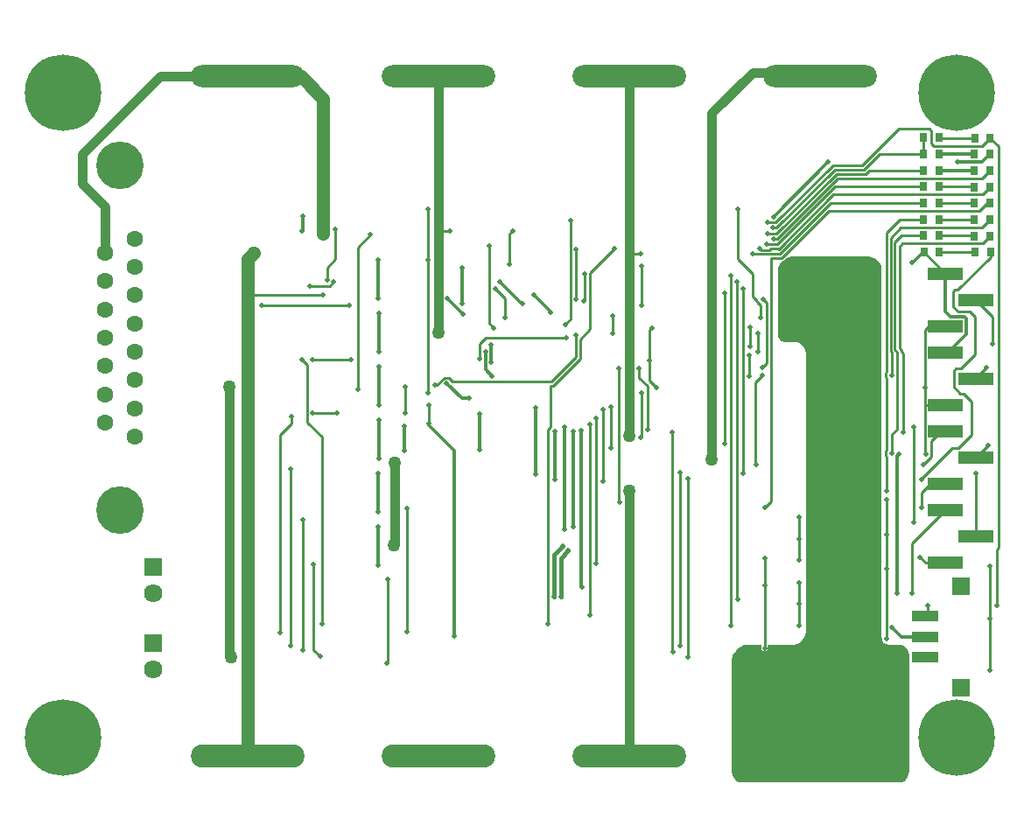
<source format=gbl>
G04*
G04 #@! TF.GenerationSoftware,Altium Limited,Altium Designer,18.1.9 (240)*
G04*
G04 Layer_Physical_Order=2*
G04 Layer_Color=16711680*
%FSLAX25Y25*%
%MOIN*%
G70*
G01*
G75*
%ADD10C,0.01000*%
%ADD24R,0.02756X0.03543*%
%ADD59C,0.03500*%
%ADD60C,0.01200*%
%ADD61C,0.01500*%
%ADD62C,0.05000*%
%ADD64C,0.07047*%
%ADD65R,0.07047X0.07047*%
%ADD66C,0.06299*%
%ADD67C,0.18110*%
%ADD69C,0.29134*%
%ADD70C,0.01987*%
%ADD71C,0.05000*%
%ADD72R,0.06693X0.06693*%
%ADD73R,0.10039X0.03937*%
%ADD74R,0.13504X0.05000*%
G04:AMPARAMS|DCode=75|XSize=83.66mil|YSize=433.07mil|CornerRadius=41.83mil|HoleSize=0mil|Usage=FLASHONLY|Rotation=90.000|XOffset=0mil|YOffset=0mil|HoleType=Round|Shape=RoundedRectangle|*
%AMROUNDEDRECTD75*
21,1,0.08366,0.34941,0,0,90.0*
21,1,0.00000,0.43307,0,0,90.0*
1,1,0.08366,0.17471,0.00000*
1,1,0.08366,0.17471,0.00000*
1,1,0.08366,-0.17471,0.00000*
1,1,0.08366,-0.17471,0.00000*
%
%ADD75ROUNDEDRECTD75*%
G04:AMPARAMS|DCode=76|XSize=88.58mil|YSize=433.07mil|CornerRadius=44.29mil|HoleSize=0mil|Usage=FLASHONLY|Rotation=270.000|XOffset=0mil|YOffset=0mil|HoleType=Round|Shape=RoundedRectangle|*
%AMROUNDEDRECTD76*
21,1,0.08858,0.34449,0,0,270.0*
21,1,0.00000,0.43307,0,0,270.0*
1,1,0.08858,-0.17224,0.00000*
1,1,0.08858,-0.17224,0.00000*
1,1,0.08858,0.17224,0.00000*
1,1,0.08858,0.17224,0.00000*
%
%ADD76ROUNDEDRECTD76*%
G36*
X296010Y201120D02*
X324510Y201120D01*
X324510Y201120D01*
X324510Y201120D01*
X325020Y201120D01*
X326021Y200921D01*
X326964Y200530D01*
X327812Y199963D01*
X328534Y199242D01*
X329100Y198394D01*
X329491Y197451D01*
X329690Y196450D01*
X329690Y195940D01*
X329690Y55920D01*
X329690Y55920D01*
X329703Y55660D01*
X329804Y55151D01*
X330003Y54671D01*
X330292Y54239D01*
X330659Y53872D01*
X331091Y53583D01*
X331571Y53384D01*
X332080Y53283D01*
X332340Y53270D01*
X336000Y53270D01*
X336000Y53270D01*
X336000Y53270D01*
X336493Y53252D01*
X337196Y53112D01*
X337942Y52803D01*
X338614Y52355D01*
X339185Y51784D01*
X339633Y51112D01*
X339942Y50366D01*
X340100Y49574D01*
Y49170D01*
X340100Y5390D01*
X340100Y5390D01*
Y4859D01*
X339893Y3818D01*
X339487Y2837D01*
X338897Y1954D01*
X338146Y1203D01*
X337412Y713D01*
X275298Y713D01*
X274564Y1203D01*
X273813Y1954D01*
X273223Y2837D01*
X272817Y3818D01*
X272610Y4859D01*
Y5390D01*
X272610Y46770D01*
X272610Y46770D01*
X272610Y46770D01*
X272610Y47410D01*
X272860Y48666D01*
X273350Y49849D01*
X274061Y50914D01*
X274966Y51819D01*
X276031Y52530D01*
X277214Y53020D01*
X278470Y53270D01*
X279110Y53270D01*
X283910Y53270D01*
Y51761D01*
X283995Y51332D01*
X284238Y50968D01*
X284602Y50725D01*
X285031Y50639D01*
X285460Y50725D01*
X285824Y50968D01*
X286067Y51332D01*
X286153Y51761D01*
Y53270D01*
X295204Y53270D01*
X295679Y53270D01*
X295680Y53270D01*
X295680Y53270D01*
X296187Y53295D01*
X297182Y53493D01*
X298119Y53881D01*
X298962Y54444D01*
X299679Y55161D01*
X300243Y56005D01*
X300631Y56942D01*
X300829Y57937D01*
X300854Y58444D01*
X300870Y163980D01*
X300870Y163980D01*
X300870Y163980D01*
X300868Y164015D01*
X300847Y164435D01*
X300845Y164447D01*
X300670Y165327D01*
X300322Y166167D01*
X299817Y166923D01*
X299174Y167567D01*
X298417Y168072D01*
X297577Y168420D01*
X296685Y168598D01*
X296230Y168620D01*
X292568Y168620D01*
X292035Y168726D01*
X291532Y168934D01*
X291080Y169236D01*
X290696Y169621D01*
X290394Y170073D01*
X290186Y170575D01*
X290080Y171108D01*
X290080Y171380D01*
X290080Y195190D01*
X290080D01*
X290080Y195190D01*
X290080Y195774D01*
X290308Y196920D01*
X290755Y197999D01*
X291404Y198970D01*
X291742Y199309D01*
X291932Y199346D01*
X292296Y199590D01*
X293051Y200345D01*
X293201Y200445D01*
X294280Y200892D01*
X295426Y201120D01*
X296010Y201120D01*
D02*
G37*
D10*
X285031Y51761D02*
Y75859D01*
X341250Y198650D02*
Y198840D01*
X345220Y202810D01*
X345747Y202687D02*
X353904Y194530D01*
X345220Y202810D02*
X345747D01*
X287630Y107630D02*
Y200383D01*
X156890Y199870D02*
Y219110D01*
X156980Y219200D01*
X287630Y200383D02*
X291503D01*
X309636Y218515D01*
X366851D02*
X369723Y221387D01*
X370923D01*
X351583Y246250D02*
X365087D01*
X351513Y246320D02*
X351583Y246250D01*
X310314Y221457D02*
X345537D01*
X290840Y201983D02*
X310314Y221457D01*
X141090Y46070D02*
X141370Y46350D01*
Y78060D01*
X184180Y191520D02*
X192600Y183100D01*
X274900Y200070D02*
Y219180D01*
X274950D01*
X274900Y200070D02*
X280550Y194420D01*
Y185790D02*
Y194420D01*
Y185790D02*
X282346Y183994D01*
Y183913D02*
Y183994D01*
Y183913D02*
X283640Y182619D01*
Y177800D02*
Y182619D01*
X284440Y184780D02*
X285734Y183486D01*
X284090Y158890D02*
X285734Y160534D01*
Y183486D01*
X285310Y105310D02*
X287630Y107630D01*
X104940Y137390D02*
Y140040D01*
X100650Y133100D02*
X104940Y137390D01*
X100650Y57960D02*
Y133100D01*
X148880Y58150D02*
X149020Y58010D01*
X148880Y58150D02*
Y105230D01*
X229570Y107540D02*
X229770D01*
X238090Y182410D02*
Y197500D01*
X237330Y154810D02*
X240389Y151751D01*
X237330Y154810D02*
Y158490D01*
X238070Y132094D02*
Y149210D01*
X237943Y131967D02*
X238070Y132094D01*
X240389Y135190D02*
Y151751D01*
X240387Y135189D02*
X240389Y135190D01*
X218610Y64450D02*
Y137270D01*
X279650Y166730D02*
Y174040D01*
Y166580D02*
Y166730D01*
X233565Y202050D02*
X233615Y202000D01*
X237770D01*
X108970Y161790D02*
X110820Y159940D01*
Y137960D02*
Y159940D01*
Y137960D02*
X116420Y132360D01*
Y61210D02*
Y132360D01*
X202590Y61160D02*
X202689Y61061D01*
Y134970D01*
X203686Y135967D01*
Y151756D01*
X166335Y153356D02*
X203896D01*
X164767Y154924D02*
X166335Y153356D01*
X163033Y154924D02*
X164767D01*
X160249Y152140D02*
X163033Y154924D01*
X159370Y152140D02*
X160249D01*
X156890Y149020D02*
Y199870D01*
X203686Y151756D02*
X204559D01*
X214910Y162107D01*
Y169625D01*
X178750Y170040D02*
X209580D01*
X214910Y169625D02*
X218664Y173379D01*
Y194704D01*
X227980Y204020D01*
X216570Y184360D02*
Y194490D01*
X216300Y184090D02*
X216570Y184360D01*
X213210Y184840D02*
X213220Y184830D01*
X211310Y185881D02*
Y202699D01*
X211126Y185697D02*
X211310Y185881D01*
X211126Y183963D02*
Y185697D01*
Y183963D02*
X211310Y183779D01*
Y177330D02*
Y183779D01*
X213310Y162770D02*
Y170986D01*
X211116Y214696D02*
X211310Y214890D01*
X213210Y184840D02*
Y203760D01*
X211116Y202893D02*
X211310Y202699D01*
X211116Y202893D02*
Y214696D01*
X203450Y179920D02*
Y180130D01*
X197060Y186520D02*
X203450Y180130D01*
X130030Y150420D02*
X130090Y150360D01*
X130030Y150420D02*
Y204420D01*
X134960Y209350D01*
X118370Y192090D02*
Y196860D01*
X121630Y200120D01*
X119620Y189960D02*
X120960Y191300D01*
X161095Y210720D02*
X165250D01*
X345747Y202687D02*
Y202810D01*
X113350Y51040D02*
Y83680D01*
Y51040D02*
X115700Y48690D01*
X104640Y52750D02*
Y119960D01*
X109040Y51234D02*
Y100700D01*
X255780Y48520D02*
X255830Y48570D01*
Y116390D01*
X252980Y53040D02*
Y118860D01*
X276726Y118326D02*
Y188666D01*
X274500Y70790D02*
Y191330D01*
X344730Y116120D02*
X344920Y116310D01*
X345012D01*
X356682Y127980D01*
X359010D01*
X364000Y132970D01*
Y145640D01*
X360770Y148870D02*
X364000Y145640D01*
X359670Y148870D02*
X360770D01*
X357060Y151480D02*
X359670Y148870D01*
X357060Y151480D02*
Y157370D01*
X358000Y158310D01*
X359700D01*
X250020Y50740D02*
X250160Y50600D01*
X250020Y50740D02*
Y134160D01*
X337780Y134300D02*
X337910Y134170D01*
X337780Y134300D02*
Y164240D01*
X337094Y164926D02*
X337780Y164240D01*
X337094Y164926D02*
Y165449D01*
X336380Y166163D02*
X337094Y165449D01*
X333366Y155920D02*
Y164651D01*
X252630Y52690D02*
X252980Y53040D01*
X104570Y120030D02*
X104640Y119960D01*
X252630Y52690D02*
X253010D01*
X281680Y121740D02*
X281720Y121700D01*
X281680Y121740D02*
Y153270D01*
X284220Y155810D01*
X274500Y70790D02*
X274740Y70550D01*
X333366Y155920D02*
X333400D01*
X334690Y165590D02*
X335494Y164786D01*
X333380Y133280D02*
X335494Y135394D01*
Y164786D01*
X331575Y157056D02*
Y164179D01*
X331306Y156787D02*
X331575Y157056D01*
X331306Y155053D02*
Y156787D01*
Y155053D02*
X331575Y154784D01*
Y127256D02*
Y154784D01*
X333380Y126100D02*
Y133280D01*
X333090Y164927D02*
X333366Y164651D01*
X333090Y164927D02*
Y208260D01*
X331490Y164265D02*
Y208923D01*
Y164265D02*
X331575Y164179D01*
X331490Y208923D02*
X331575Y209008D01*
X334690Y165590D02*
Y206550D01*
X331286Y126967D02*
X331575Y127256D01*
X331286Y125233D02*
Y126967D01*
Y125233D02*
X331575Y124944D01*
Y111775D02*
Y124944D01*
Y210245D02*
X336571Y215241D01*
X331575Y209008D02*
Y210245D01*
X279263Y155597D02*
Y163307D01*
X282450Y164720D02*
Y171730D01*
X280363Y201983D02*
X290840D01*
X286010Y205680D02*
X286014Y205676D01*
X286297Y209873D02*
X289679D01*
X286230Y214060D02*
X289341D01*
X283244Y204076D02*
X283734Y203586D01*
X286877D01*
X287367Y204076D01*
X290351D01*
X286014Y205676D02*
X290008D01*
X312005Y227673D01*
X288670Y207770D02*
X289839D01*
X289679Y209873D02*
X312406Y232600D01*
X288330Y211966D02*
X289510D01*
X289341Y214060D02*
X311081Y235800D01*
X290351Y204076D02*
X290511Y203916D01*
X289839Y207770D02*
X312829Y230760D01*
X289510Y211966D02*
X311744Y234200D01*
X336571Y215241D02*
X345537D01*
X359700Y158310D02*
X365130Y163740D01*
Y178030D01*
X363070Y180090D02*
X365130Y178030D01*
X358730Y180090D02*
X363070D01*
X356870Y181950D02*
X358730Y180090D01*
X356870Y181950D02*
Y187720D01*
X357610Y188460D01*
X358650D01*
X371133Y200943D01*
Y202740D01*
X336380Y166163D02*
Y204870D01*
X337664Y206154D01*
X363114D01*
X363184Y206084D01*
X368051D01*
X370923Y208956D01*
X334690Y206550D02*
X337166Y209026D01*
X345537D01*
X333090Y208260D02*
X336930Y212100D01*
X367851D01*
X370923Y215171D01*
X309636Y218515D02*
X366851D01*
X365157Y202810D02*
X365227Y202740D01*
X351653Y202810D02*
X365157D01*
X364947Y209026D02*
X365017Y208956D01*
X351443Y209026D02*
X364947D01*
Y215241D02*
X365017Y215171D01*
X351443Y215241D02*
X364947D01*
Y221457D02*
X365017Y221387D01*
X351443Y221457D02*
X364947D01*
X290511Y203916D02*
X311315Y224720D01*
X368040D01*
X370923Y227603D01*
X272210Y60550D02*
Y193890D01*
X312005Y227673D02*
X345537D01*
X364947D02*
X365017Y227603D01*
X351443Y227673D02*
X364947D01*
X121450Y200300D02*
Y211360D01*
Y200300D02*
X121630Y200120D01*
X164250Y185090D02*
X170080Y179260D01*
X88125Y186510D02*
X88202Y186433D01*
X116947D01*
X312829Y230760D02*
X367864D01*
X370923Y233819D01*
X160845Y210970D02*
X161095Y210720D01*
X312406Y232600D02*
X323645D01*
X324934Y233889D01*
X345537D01*
X311744Y234200D02*
X322983D01*
X328887Y240104D01*
X345537D01*
X187910Y198240D02*
Y209740D01*
X189110Y210940D01*
X311081Y235800D02*
X322320D01*
X336310Y249790D01*
X347700D01*
X348550Y248940D01*
Y244250D02*
Y248940D01*
Y244250D02*
X349610Y243190D01*
X367933D01*
X370993Y246250D01*
X341840Y99700D02*
X341900Y99640D01*
X341840Y99700D02*
Y136270D01*
X374230Y243013D02*
X374230Y90124D01*
X370993Y246250D02*
X374230Y243013D01*
X373611Y89504D02*
X374230Y90124D01*
X371830Y167860D02*
Y178100D01*
X298355Y60315D02*
Y68635D01*
X331596Y55594D02*
Y81976D01*
X331620Y82000D01*
X331596Y55594D02*
X331620Y55570D01*
X365400Y184530D02*
X371830Y178100D01*
X227140Y178520D02*
X227180Y178480D01*
Y171730D02*
Y178480D01*
X346038Y151190D02*
Y173032D01*
Y144450D02*
Y151190D01*
X241330Y153760D02*
Y161320D01*
Y153760D02*
X243860Y151230D01*
X241330Y173110D02*
X242180Y173960D01*
X241330Y161320D02*
Y173110D01*
X365400Y154810D02*
X369480Y158890D01*
X365400Y154450D02*
Y154810D01*
X347536Y174530D02*
X353904D01*
X346038Y173032D02*
X347536Y174530D01*
X269990Y129660D02*
Y187050D01*
X226510Y128060D02*
Y143950D01*
X365386Y124380D02*
X370136Y129130D01*
X229570Y107540D02*
Y158420D01*
X223600Y115360D02*
Y142640D01*
X352110Y134380D02*
X353890D01*
X348560Y130830D02*
X352110Y134380D01*
X348560Y124919D02*
Y130830D01*
X345471Y121830D02*
X348560Y124919D01*
X345408Y121830D02*
X345471D01*
X346038Y126162D02*
Y144450D01*
Y126162D02*
X346440Y125760D01*
X346038Y144450D02*
X353904D01*
X365386Y94350D02*
Y118326D01*
X344320Y86460D02*
X346430Y84350D01*
X348110Y114380D02*
X353890D01*
X344820Y111090D02*
X348110Y114380D01*
X344820Y105560D02*
Y111090D01*
X182540Y188710D02*
X186120Y185130D01*
X180144Y175776D02*
Y205246D01*
Y175776D02*
X181960Y173960D01*
X223580Y115340D02*
X223600Y115360D01*
X220860Y84150D02*
Y139440D01*
X285030Y75860D02*
Y86250D01*
Y75860D02*
X285031Y75859D01*
X331620Y95270D02*
Y108520D01*
Y82000D02*
Y95270D01*
X373611Y68041D02*
Y89504D01*
X370903Y63187D02*
Y83057D01*
Y43307D02*
Y63187D01*
X341293Y91753D02*
X353890Y104350D01*
X341293Y72653D02*
Y91753D01*
X346430Y84350D02*
X353890D01*
X346199Y64065D02*
X347179Y65046D01*
Y68041D01*
X298355Y68635D02*
Y76825D01*
X298143Y85317D02*
Y93436D01*
Y101737D01*
X176430Y167720D02*
X178750Y170040D01*
X176430Y162050D02*
Y167720D01*
X157120Y144330D02*
X157140Y144350D01*
X157120Y137530D02*
Y144330D01*
X203896Y153356D02*
X213310Y162770D01*
X148070Y141600D02*
Y151580D01*
X122140Y141490D02*
X122250Y141600D01*
X112920Y141490D02*
X122140D01*
X127400Y161940D02*
X127420Y161920D01*
X112880Y161940D02*
X127400D01*
X186120Y177760D02*
Y185130D01*
X126850Y182560D02*
X126880Y182590D01*
X93640Y182560D02*
X126850D01*
X111770Y189960D02*
X119620D01*
X192600Y183100D02*
X192730D01*
X209260Y175280D02*
X211310Y177330D01*
X345537Y240104D02*
X345607Y240174D01*
Y246320D01*
X90170Y202920D02*
X90470Y202620D01*
D24*
X351653Y202810D02*
D03*
X345747D02*
D03*
X351513Y246320D02*
D03*
X345607D02*
D03*
X351443Y240104D02*
D03*
X345537D02*
D03*
X351443Y233889D02*
D03*
X345537D02*
D03*
X351443Y227673D02*
D03*
X345537D02*
D03*
X351443Y221457D02*
D03*
X345537D02*
D03*
X351443Y209026D02*
D03*
X345537D02*
D03*
X351443Y215241D02*
D03*
X345537D02*
D03*
X371133Y202740D02*
D03*
X365227D02*
D03*
X370923Y208956D02*
D03*
X365017D02*
D03*
X370923Y215171D02*
D03*
X365017D02*
D03*
X370923Y221387D02*
D03*
X365017D02*
D03*
X370923Y227603D02*
D03*
X365017D02*
D03*
X370923Y240034D02*
D03*
X365017D02*
D03*
X370923Y233819D02*
D03*
X365017D02*
D03*
X370993Y246250D02*
D03*
X365087D02*
D03*
D59*
X233565Y10677D02*
Y111775D01*
Y202050D02*
Y269677D01*
Y132785D02*
Y202050D01*
X304705Y271257D02*
X306285Y269677D01*
X160845Y210970D02*
Y269677D01*
Y172185D02*
Y210970D01*
X233470Y132690D02*
X233565Y132785D01*
X54747Y269677D02*
X88125D01*
X25060Y239990D02*
X54747Y269677D01*
X25060Y228900D02*
Y239990D01*
Y228900D02*
X33920Y220040D01*
Y202533D02*
Y220040D01*
X264855Y123850D02*
Y255655D01*
X280457Y271257D01*
X304705D01*
X143740Y91270D02*
X144160Y91690D01*
Y122340D01*
X81335Y48795D02*
Y151490D01*
Y48795D02*
X81820Y48310D01*
X81335Y151490D02*
Y151650D01*
D60*
X351443Y240104D02*
X364947D01*
X365017Y240034D01*
X138006Y103784D02*
Y118534D01*
X215180Y75450D02*
Y134770D01*
Y75450D02*
X215370Y75260D01*
X163900Y152830D02*
X169740Y146990D01*
X335574Y125174D02*
X336280Y125880D01*
X335574Y73044D02*
Y125174D01*
X335390Y72860D02*
X335574Y73044D01*
X288580Y216260D02*
X309310Y236990D01*
X355880Y178230D02*
X361153D01*
X353904Y180206D02*
X355880Y178230D01*
X353904Y180206D02*
Y194530D01*
X361856Y171533D02*
Y177527D01*
X361153Y178230D02*
X361856Y177527D01*
X108980Y210650D02*
X109200Y210870D01*
X108980Y210650D02*
X109000Y210630D01*
X109200Y210870D02*
Y216420D01*
X138020Y185100D02*
Y199730D01*
X364947Y233889D02*
X365017Y233819D01*
X351443Y233889D02*
X364947D01*
X157120Y136740D02*
Y137530D01*
Y136740D02*
X166850Y127010D01*
X176530Y141170D02*
X176660Y141041D01*
Y127426D02*
Y141041D01*
X197710Y118230D02*
Y143300D01*
X147824Y127246D02*
Y136366D01*
X166850Y56340D02*
Y127010D01*
X333690Y59830D02*
X337329Y56191D01*
X346199D01*
X358690Y236990D02*
X367879D01*
X370923Y240034D01*
X354773Y164450D02*
X361856Y171533D01*
X353904Y164450D02*
X354773D01*
X212354Y98234D02*
Y134546D01*
X208790Y97090D02*
Y135980D01*
X205138Y115968D02*
Y134458D01*
X180920Y160910D02*
Y167630D01*
X180960Y167590D01*
X169740Y146990D02*
X172670D01*
X178722Y157988D02*
Y164650D01*
Y157988D02*
X181260Y155450D01*
X169849Y183069D02*
X169889Y183030D01*
X169849Y183069D02*
Y196959D01*
X138004Y83546D02*
Y98234D01*
X138136Y124046D02*
Y138814D01*
X138314Y144364D02*
Y159134D01*
X138206Y164714D02*
Y179434D01*
D61*
X207370Y71570D02*
Y86230D01*
X204783Y71570D02*
Y87302D01*
X208330Y90850D01*
X207370Y86230D02*
X210160Y89020D01*
D62*
X88125Y186510D02*
Y200275D01*
Y186510D02*
X88125Y10677D01*
X116837Y209940D02*
Y261283D01*
X88125Y269677D02*
X108443D01*
X116837Y261283D01*
X88125Y200275D02*
X90470Y202620D01*
D64*
X52184Y72800D02*
D03*
Y43730D02*
D03*
D65*
Y82800D02*
D03*
Y53730D02*
D03*
D66*
X45101Y207927D02*
D03*
Y197139D02*
D03*
Y186352D02*
D03*
Y175564D02*
D03*
Y164777D02*
D03*
Y153990D02*
D03*
Y143202D02*
D03*
Y132415D02*
D03*
X33920Y202533D02*
D03*
Y191745D02*
D03*
Y180958D02*
D03*
Y170171D02*
D03*
Y159383D02*
D03*
Y148596D02*
D03*
Y137808D02*
D03*
D67*
X39510Y104580D02*
D03*
Y235761D02*
D03*
D69*
X358254Y17717D02*
D03*
Y263370D02*
D03*
X17720Y17717D02*
D03*
Y263370D02*
D03*
D70*
X291954Y185390D02*
D03*
X338110Y45600D02*
D03*
X285031Y51761D02*
D03*
X337775Y48997D02*
D03*
X334775Y42997D02*
D03*
X337775Y36997D02*
D03*
X334775Y30997D02*
D03*
X337775Y24997D02*
D03*
X334775Y18997D02*
D03*
X337775Y12997D02*
D03*
X334775Y6997D02*
D03*
X331775Y48997D02*
D03*
X328775Y42997D02*
D03*
X331775Y36997D02*
D03*
Y24997D02*
D03*
Y12997D02*
D03*
X325775Y48997D02*
D03*
X307775Y192997D02*
D03*
X304775Y174997D02*
D03*
X307775Y48997D02*
D03*
X304775Y42997D02*
D03*
X301775Y192997D02*
D03*
X298775Y174997D02*
D03*
X301775Y48997D02*
D03*
X298775Y42997D02*
D03*
X295775Y192997D02*
D03*
Y180997D02*
D03*
X292775Y174997D02*
D03*
X295775Y48997D02*
D03*
X292775Y42997D02*
D03*
X289775Y48997D02*
D03*
X286775Y42997D02*
D03*
X280775D02*
D03*
Y30997D02*
D03*
Y18997D02*
D03*
Y6997D02*
D03*
X277775Y48997D02*
D03*
X274775Y42997D02*
D03*
X277775Y36997D02*
D03*
X274775Y30997D02*
D03*
X277775Y24997D02*
D03*
X274775Y18997D02*
D03*
X277775Y12997D02*
D03*
X274775Y6997D02*
D03*
X341250Y198650D02*
D03*
X156980Y219200D02*
D03*
X141090Y46070D02*
D03*
X141370Y78060D02*
D03*
X184180Y191520D02*
D03*
X274950Y219180D02*
D03*
X283640Y177800D02*
D03*
X104940Y140040D02*
D03*
X100650Y57960D02*
D03*
X149020Y58010D02*
D03*
X148880Y105230D02*
D03*
X138006Y103784D02*
D03*
X229770Y107540D02*
D03*
X285310Y105310D02*
D03*
X238090Y197500D02*
D03*
Y182410D02*
D03*
X237330Y158490D02*
D03*
X238070Y149210D02*
D03*
X240387Y135189D02*
D03*
X215180Y134770D02*
D03*
X218610Y137270D02*
D03*
X284440Y184780D02*
D03*
X279650Y166730D02*
D03*
Y174040D02*
D03*
X237770Y202000D02*
D03*
X280363Y201983D02*
D03*
X108970Y161790D02*
D03*
X116420Y61210D02*
D03*
X202590Y61160D02*
D03*
X163900Y152830D02*
D03*
X159370Y152140D02*
D03*
X156890Y149020D02*
D03*
X209580Y170040D02*
D03*
X216570Y194490D02*
D03*
X216300Y184090D02*
D03*
X213220Y184830D02*
D03*
X213310Y170986D02*
D03*
X227980Y204020D02*
D03*
X211310Y214890D02*
D03*
X213210Y203760D02*
D03*
X203450Y179920D02*
D03*
X197060Y186520D02*
D03*
X130090Y150360D02*
D03*
X118370Y192090D02*
D03*
X120960Y191300D02*
D03*
X134960Y209350D02*
D03*
X165250Y210720D02*
D03*
X113350Y83680D02*
D03*
X115700Y48690D02*
D03*
X104640Y52750D02*
D03*
X109040Y51234D02*
D03*
X255780Y48520D02*
D03*
X255830Y116390D02*
D03*
X252980Y118860D02*
D03*
X276726Y118326D02*
D03*
X344730Y116120D02*
D03*
X109040Y100700D02*
D03*
X250160Y50600D02*
D03*
X250020Y134160D02*
D03*
X337910Y134170D02*
D03*
X104570Y120030D02*
D03*
X253010Y52690D02*
D03*
X281720Y121700D02*
D03*
X284220Y155810D02*
D03*
X333400Y155920D02*
D03*
X333380Y126100D02*
D03*
X336280Y125880D02*
D03*
X279263Y163307D02*
D03*
X282450Y164720D02*
D03*
X286010Y205680D02*
D03*
X286297Y209873D02*
D03*
X286230Y214060D02*
D03*
X283244Y204076D02*
D03*
X288670Y207770D02*
D03*
X288330Y211966D02*
D03*
X288580Y216260D02*
D03*
X276726Y188666D02*
D03*
X279263Y155597D02*
D03*
X274500Y191330D02*
D03*
X121450Y211360D02*
D03*
X170080Y179260D02*
D03*
X164250Y185090D02*
D03*
X116947Y186433D02*
D03*
X109000Y210630D02*
D03*
X109200Y216420D02*
D03*
X138020Y199730D02*
D03*
X187910Y198240D02*
D03*
X189110Y210940D02*
D03*
X309310Y236990D02*
D03*
X331575Y111775D02*
D03*
X335390Y72860D02*
D03*
X341900Y99640D02*
D03*
X341840Y136270D02*
D03*
X371830Y167860D02*
D03*
X197710Y118230D02*
D03*
X176660Y127426D02*
D03*
X147824Y127246D02*
D03*
X166850Y56340D02*
D03*
X218610Y64450D02*
D03*
X207370Y71570D02*
D03*
X298355Y60315D02*
D03*
X333690Y59830D02*
D03*
X358690Y236990D02*
D03*
X227140Y178520D02*
D03*
X227180Y171730D02*
D03*
X282450D02*
D03*
X243860Y151230D02*
D03*
X346038Y151190D02*
D03*
X242180Y173960D02*
D03*
X241330Y161320D02*
D03*
X284090Y158890D02*
D03*
X369480D02*
D03*
X237943Y131967D02*
D03*
X269990Y187050D02*
D03*
Y129660D02*
D03*
X226510Y128060D02*
D03*
X370136Y129130D02*
D03*
X226510Y143950D02*
D03*
X345408Y121830D02*
D03*
X346440Y125760D02*
D03*
X229570Y158420D02*
D03*
X212354Y134546D02*
D03*
X208790Y135980D02*
D03*
X205138Y134458D02*
D03*
X365386Y118326D02*
D03*
X344320Y86460D02*
D03*
X344820Y105560D02*
D03*
X272210Y193890D02*
D03*
Y60550D02*
D03*
X182540Y188710D02*
D03*
X274740Y70550D02*
D03*
X223600Y142640D02*
D03*
X223580Y115340D02*
D03*
X220860Y139440D02*
D03*
Y84150D02*
D03*
X285030Y86250D02*
D03*
X331620Y108520D02*
D03*
Y95270D02*
D03*
X370903Y83057D02*
D03*
Y63187D02*
D03*
Y43307D02*
D03*
X341293Y72653D02*
D03*
X347179Y68041D02*
D03*
X373611D02*
D03*
X204783Y71570D02*
D03*
X208330Y90850D02*
D03*
X210160Y89020D02*
D03*
X212354Y98234D02*
D03*
X285031Y75859D02*
D03*
X298355Y68635D02*
D03*
Y76825D02*
D03*
X298143Y85317D02*
D03*
Y93436D02*
D03*
Y101737D02*
D03*
X197710Y143300D02*
D03*
X331620Y82000D02*
D03*
Y55570D02*
D03*
X156890Y199870D02*
D03*
X180960Y167590D02*
D03*
X180920Y160910D02*
D03*
X157140Y144350D02*
D03*
X157120Y137530D02*
D03*
X148070Y151580D02*
D03*
Y141600D02*
D03*
X176530Y141170D02*
D03*
X122250Y141600D02*
D03*
X112920Y141490D02*
D03*
X176430Y162050D02*
D03*
X181260Y155450D02*
D03*
X178722Y164650D02*
D03*
X127420Y161920D02*
D03*
X112880Y161940D02*
D03*
X186120Y177760D02*
D03*
X126880Y182590D02*
D03*
X93640Y182560D02*
D03*
X111770Y189960D02*
D03*
X192730Y183100D02*
D03*
X169889Y183030D02*
D03*
X169849Y196959D02*
D03*
X181960Y173960D02*
D03*
X180144Y205246D02*
D03*
X209260Y175280D02*
D03*
X215370Y75260D02*
D03*
X208790Y97090D02*
D03*
X205138Y115968D02*
D03*
X147824Y136366D02*
D03*
X172670Y146990D02*
D03*
X138004Y83546D02*
D03*
Y98234D02*
D03*
X138006Y118534D02*
D03*
X138136Y138814D02*
D03*
X138314Y144364D02*
D03*
X138136Y124046D02*
D03*
X138314Y159134D02*
D03*
X138206Y164714D02*
D03*
Y179434D02*
D03*
X138020Y185100D02*
D03*
D71*
X233565Y111775D02*
D03*
X116837Y209940D02*
D03*
X233470Y132690D02*
D03*
X143740Y91270D02*
D03*
X144160Y122340D02*
D03*
X264855Y123850D02*
D03*
X160845Y172185D02*
D03*
X81820Y48310D02*
D03*
X81335Y151490D02*
D03*
X90470Y202620D02*
D03*
D72*
X359880Y36900D02*
D03*
Y75483D02*
D03*
D73*
X346199Y48317D02*
D03*
Y56191D02*
D03*
Y64065D02*
D03*
D74*
X353890Y84350D02*
D03*
X365386Y94350D02*
D03*
X353890Y104350D02*
D03*
Y114380D02*
D03*
X365386Y124380D02*
D03*
X353890Y134380D02*
D03*
X353904Y144450D02*
D03*
X365400Y154450D02*
D03*
X353904Y164450D02*
D03*
Y174530D02*
D03*
X365400Y184530D02*
D03*
X353904Y194530D02*
D03*
D75*
X306285Y269677D02*
D03*
X233565D02*
D03*
X160845D02*
D03*
X88125D02*
D03*
D76*
X306285Y10677D02*
D03*
X233565D02*
D03*
X160845D02*
D03*
X88125D02*
D03*
M02*

</source>
